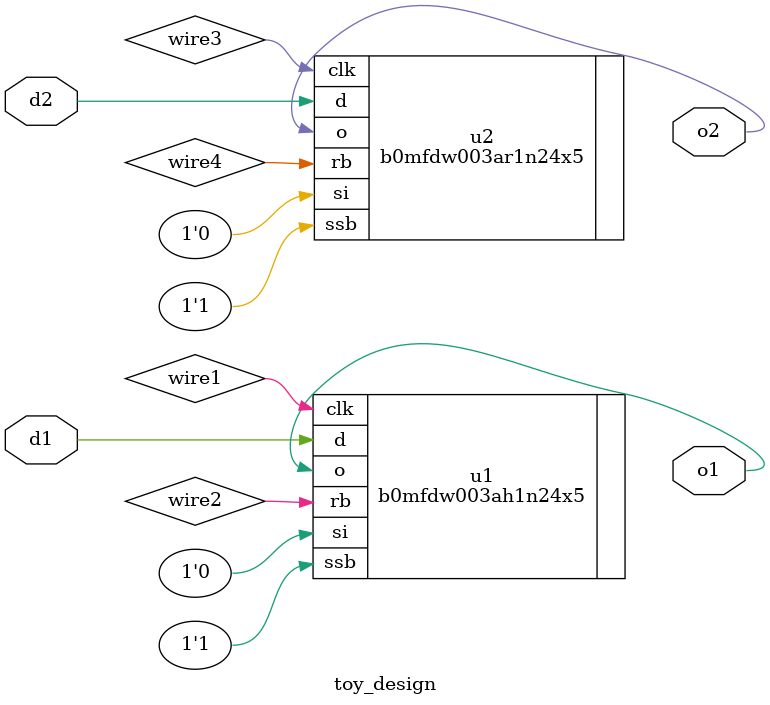
<source format=sv>


module toy_design ( d1, d2, o1, o2 );

input d1, d2;
output o1, o2;

wire wire1, wire2, wire3, wire4;


b0mfdw003ah1n24x5 u1 ( .si(1'b0), .d(d1), .ssb(1'b1), .clk(wire1), .rb(wire2), .o(o1) );
b0mfdw003ar1n24x5 u2 ( .si(1'b0), .d(d2), .ssb(1'b1), .clk(wire3), .rb(wire4), .o(o2) );


endmodule


</source>
